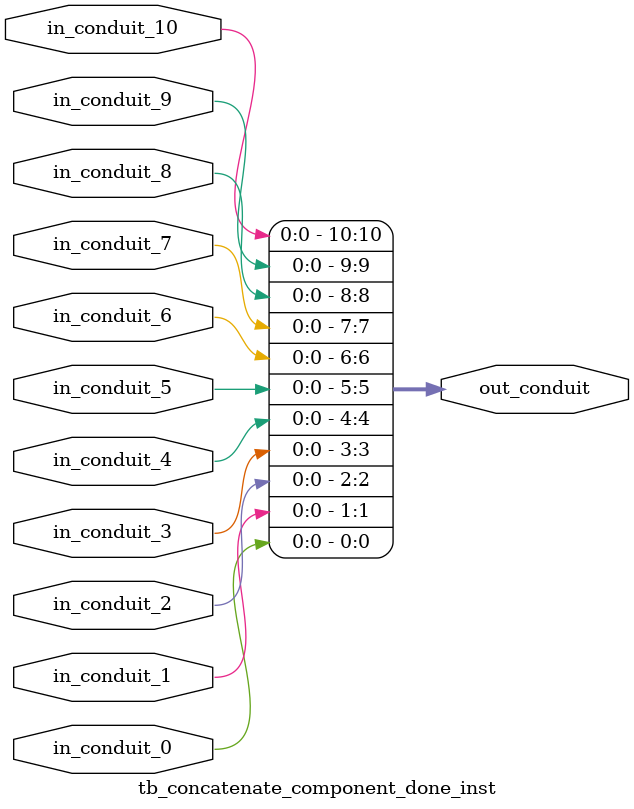
<source format=sv>





// --------------------------------------------------------------------------------
//| Avalon Concatenate Single-bit Conduits into a Multi-bit Conduit
// --------------------------------------------------------------------------------

// ------------------------------------------
// Generation parameters:
//   output_name:       tb_concatenate_component_done_inst
//   multibit_width:    11
//
// ------------------------------------------

module tb_concatenate_component_done_inst
#(
    parameter MULTIBIT_WIDTH = 11
)
(

// Interface: in_conduit_0
 input                    in_conduit_0,
// Interface: in_conduit_1
 input                    in_conduit_1,
// Interface: in_conduit_2
 input                    in_conduit_2,
// Interface: in_conduit_3
 input                    in_conduit_3,
// Interface: in_conduit_4
 input                    in_conduit_4,
// Interface: in_conduit_5
 input                    in_conduit_5,
// Interface: in_conduit_6
 input                    in_conduit_6,
// Interface: in_conduit_7
 input                    in_conduit_7,
// Interface: in_conduit_8
 input                    in_conduit_8,
// Interface: in_conduit_9
 input                    in_conduit_9,
// Interface: in_conduit_10
 input                    in_conduit_10,

// Interface: out_conduit
 output    [MULTIBIT_WIDTH-1:0]               out_conduit

);

   assign  out_conduit[0] = in_conduit_0;
   assign  out_conduit[1] = in_conduit_1;
   assign  out_conduit[2] = in_conduit_2;
   assign  out_conduit[3] = in_conduit_3;
   assign  out_conduit[4] = in_conduit_4;
   assign  out_conduit[5] = in_conduit_5;
   assign  out_conduit[6] = in_conduit_6;
   assign  out_conduit[7] = in_conduit_7;
   assign  out_conduit[8] = in_conduit_8;
   assign  out_conduit[9] = in_conduit_9;
   assign  out_conduit[10] = in_conduit_10;

endmodule //


</source>
